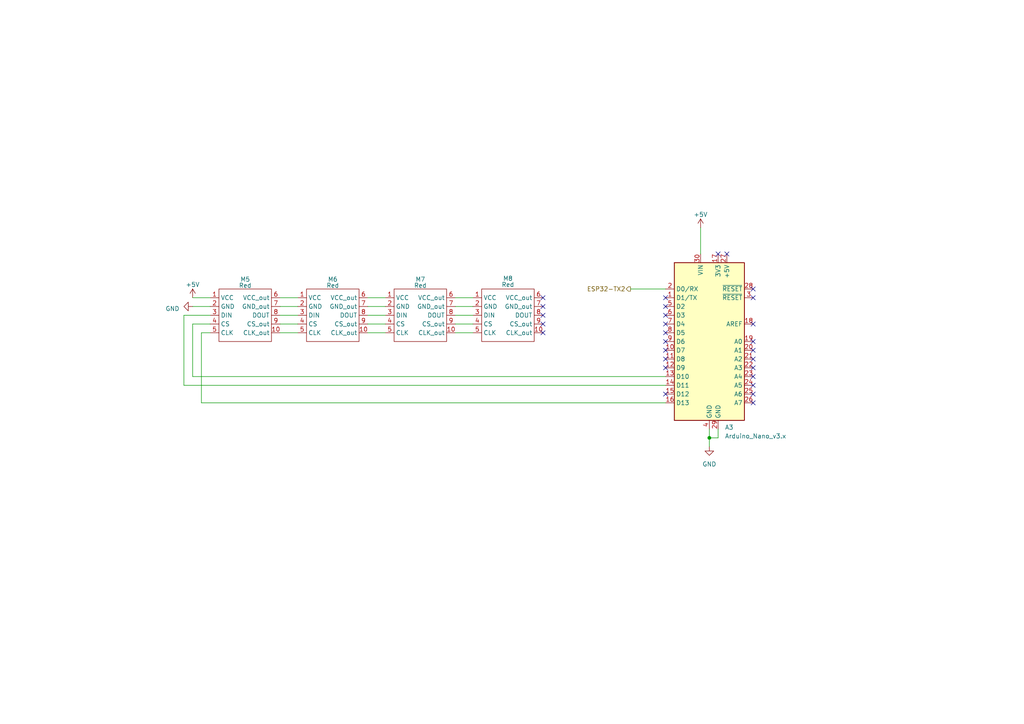
<source format=kicad_sch>
(kicad_sch (version 20230121) (generator eeschema)
  (paper "A4")
  (title_block (title "Right score display unit schematic") (date "2023-05-19") (rev "1.0.0") (comment 1 "Connection to logic unit pending"))
  (lib_symbols
    (symbol "8x8_LED_Matrix_MAX7219_3"
      (property "Reference" "M" (at 0 1.27 0))
      (property "Value" "Color" (at 0 -1.27 0))
      (symbol "8x8_LED_Matrix_MAX7219_3_1_1"
        (rectangle (start -7.62 -2.54) (end 7.62 -17.78))
        (pin power_in line (at -10.16 -5.08 0) (length 2.54) (name "VCC") (number "1"))
        (pin output line (at 10.16 -15.24 180) (length 2.54) (name "CLK_out") (number "10"))
        (pin power_in line (at -10.16 -7.62 0) (length 2.54) (name "GND") (number "2"))
        (pin input line (at -10.16 -10.16 0) (length 2.54) (name "DIN") (number "3"))
        (pin input line (at -10.16 -12.7 0) (length 2.54) (name "CS") (number "4"))
        (pin input line (at -10.16 -15.24 0) (length 2.54) (name "CLK") (number "5"))
        (pin power_out line (at 10.16 -5.08 180) (length 2.54) (name "VCC_out") (number "6"))
        (pin power_out line (at 10.16 -7.62 180) (length 2.54) (name "GND_out") (number "7"))
        (pin output line (at 10.16 -10.16 180) (length 2.54) (name "DOUT") (number "8"))
        (pin output line (at 10.16 -12.7 180) (length 2.54) (name "CS_out") (number "9"))
      )
    )
    (symbol "Arduino modules:8x8_LED_Matrix_MAX7219"
      (property "Reference" "M" (at 0 1.27 0))
      (property "Value" "Color" (at 0 -1.27 0))
      (symbol "8x8_LED_Matrix_MAX7219_1_1"
        (rectangle (start -7.62 -2.54) (end 7.62 -17.78))
        (pin power_in line (at -10.16 -5.08 0) (length 2.54) (name "VCC") (number "1"))
        (pin output line (at 10.16 -15.24 180) (length 2.54) (name "CLK_out") (number "10"))
        (pin power_in line (at -10.16 -7.62 0) (length 2.54) (name "GND") (number "2"))
        (pin input line (at -10.16 -10.16 0) (length 2.54) (name "DIN") (number "3"))
        (pin input line (at -10.16 -12.7 0) (length 2.54) (name "CS") (number "4"))
        (pin input line (at -10.16 -15.24 0) (length 2.54) (name "CLK") (number "5"))
        (pin power_out line (at 10.16 -5.08 180) (length 2.54) (name "VCC_out") (number "6"))
        (pin power_out line (at 10.16 -7.62 180) (length 2.54) (name "GND_out") (number "7"))
        (pin output line (at 10.16 -10.16 180) (length 2.54) (name "DOUT") (number "8"))
        (pin output line (at 10.16 -12.7 180) (length 2.54) (name "CS_out") (number "9"))
      )
    )
    (symbol "MCU_Module:Arduino_Nano_v3.x"
      (property "Reference" "A" (at -10.16 23.495 0))
      (property "Value" "Arduino_Nano_v3.x" (at 5.08 -24.13 0))
      (symbol "Arduino_Nano_v3.x_0_1"
        (rectangle (start -10.16 22.86) (end 10.16 -22.86) (stroke (width 0.254)) (fill (type background)))
      )
      (symbol "Arduino_Nano_v3.x_1_1"
        (pin bidirectional line (at -12.7 12.7 0) (length 2.54) (name "D1/TX") (number "1"))
        (pin bidirectional line (at -12.7 -2.54 0) (length 2.54) (name "D7") (number "10"))
        (pin bidirectional line (at -12.7 -5.08 0) (length 2.54) (name "D8") (number "11"))
        (pin bidirectional line (at -12.7 -7.62 0) (length 2.54) (name "D9") (number "12"))
        (pin bidirectional line (at -12.7 -10.16 0) (length 2.54) (name "D10") (number "13"))
        (pin bidirectional line (at -12.7 -12.7 0) (length 2.54) (name "D11") (number "14"))
        (pin bidirectional line (at -12.7 -15.24 0) (length 2.54) (name "D12") (number "15"))
        (pin bidirectional line (at -12.7 -17.78 0) (length 2.54) (name "D13") (number "16"))
        (pin power_out line (at 2.54 25.4 270) (length 2.54) (name "3V3") (number "17"))
        (pin input line (at 12.7 5.08 180) (length 2.54) (name "AREF") (number "18"))
        (pin bidirectional line (at 12.7 0 180) (length 2.54) (name "A0") (number "19"))
        (pin bidirectional line (at -12.7 15.24 0) (length 2.54) (name "D0/RX") (number "2"))
        (pin bidirectional line (at 12.7 -2.54 180) (length 2.54) (name "A1") (number "20"))
        (pin bidirectional line (at 12.7 -5.08 180) (length 2.54) (name "A2") (number "21"))
        (pin bidirectional line (at 12.7 -7.62 180) (length 2.54) (name "A3") (number "22"))
        (pin bidirectional line (at 12.7 -10.16 180) (length 2.54) (name "A4") (number "23"))
        (pin bidirectional line (at 12.7 -12.7 180) (length 2.54) (name "A5") (number "24"))
        (pin bidirectional line (at 12.7 -15.24 180) (length 2.54) (name "A6") (number "25"))
        (pin bidirectional line (at 12.7 -17.78 180) (length 2.54) (name "A7") (number "26"))
        (pin power_out line (at 5.08 25.4 270) (length 2.54) (name "+5V") (number "27"))
        (pin input line (at 12.7 15.24 180) (length 2.54) (name "~{RESET}") (number "28"))
        (pin power_in line (at 2.54 -25.4 90) (length 2.54) (name "GND") (number "29"))
        (pin input line (at 12.7 12.7 180) (length 2.54) (name "~{RESET}") (number "3"))
        (pin power_in line (at -2.54 25.4 270) (length 2.54) (name "VIN") (number "30"))
        (pin power_in line (at 0 -25.4 90) (length 2.54) (name "GND") (number "4"))
        (pin bidirectional line (at -12.7 10.16 0) (length 2.54) (name "D2") (number "5"))
        (pin bidirectional line (at -12.7 7.62 0) (length 2.54) (name "D3") (number "6"))
        (pin bidirectional line (at -12.7 5.08 0) (length 2.54) (name "D4") (number "7"))
        (pin bidirectional line (at -12.7 2.54 0) (length 2.54) (name "D5") (number "8"))
        (pin bidirectional line (at -12.7 0 0) (length 2.54) (name "D6") (number "9"))
      )
    )
    (symbol "power:+5V" (power) (pin_names (offset 0))
      (property "Value" "+5V" (at 0 3.556 0))
      (symbol "+5V_0_1"
        (polyline (pts (xy -0.762 1.27) (xy 0 2.54)))
        (polyline (pts (xy 0 0) (xy 0 2.54)))
        (polyline (pts (xy 0 2.54) (xy 0.762 1.27)))
      )
      (symbol "+5V_1_1"
        (pin power_in line (at 0 0 90) (length 0) hide (name "+5V") (number "1"))
      )
    )
    (symbol "power:GND" (power) (pin_names (offset 0))
      (property "Value" "GND" (at 0 -3.81 0))
      (symbol "GND_0_1"
        (polyline (pts (xy 0 0) (xy 0 -1.27) (xy 1.27 -1.27) (xy 0 -2.54) (xy -1.27 -1.27) (xy 0 -1.27)))
      )
      (symbol "GND_1_1"
        (pin power_in line (at 0 0 270) (length 0) hide (name "GND") (number "1"))
      )
    )
  )
  (junction (at 205.74 127))
  (no_connect (at 218.44 99.06))
  (no_connect (at 193.04 114.3))
  (no_connect (at 218.44 111.76))
  (no_connect (at 157.48 91.44))
  (no_connect (at 157.48 88.9))
  (no_connect (at 157.48 86.36))
  (no_connect (at 218.44 86.36))
  (no_connect (at 193.04 86.36))
  (no_connect (at 218.44 93.98))
  (no_connect (at 193.04 106.68))
  (no_connect (at 218.44 83.82))
  (no_connect (at 218.44 106.68))
  (no_connect (at 208.28 73.66))
  (no_connect (at 218.44 104.14))
  (no_connect (at 218.44 101.6))
  (no_connect (at 157.48 96.52))
  (no_connect (at 193.04 93.98))
  (no_connect (at 193.04 91.44))
  (no_connect (at 218.44 109.22))
  (no_connect (at 193.04 88.9))
  (no_connect (at 193.04 104.14))
  (no_connect (at 193.04 99.06))
  (no_connect (at 218.44 116.84))
  (no_connect (at 157.48 93.98))
  (no_connect (at 193.04 96.52))
  (no_connect (at 218.44 114.3))
  (no_connect (at 210.82 73.66))
  (no_connect (at 193.04 101.6))
  (wire (pts (xy 132.08 88.9) (xy 137.16 88.9)))
  (wire (pts (xy 81.28 88.9) (xy 86.36 88.9)))
  (wire (pts (xy 106.68 96.52) (xy 111.76 96.52)))
  (wire (pts (xy 81.28 93.98) (xy 86.36 93.98)))
  (wire (pts (xy 55.88 88.9) (xy 60.96 88.9)))
  (wire (pts (xy 53.34 111.76) (xy 53.34 91.44)))
  (wire (pts (xy 182.88 83.82) (xy 193.04 83.82)))
  (wire (pts (xy 106.68 86.36) (xy 111.76 86.36)))
  (wire (pts (xy 132.08 96.52) (xy 137.16 96.52)))
  (wire (pts (xy 205.74 127) (xy 205.74 129.54)))
  (wire (pts (xy 106.68 91.44) (xy 111.76 91.44)))
  (wire (pts (xy 132.08 86.36) (xy 137.16 86.36)))
  (wire (pts (xy 205.74 124.46) (xy 205.74 127)))
  (wire (pts (xy 193.04 116.84) (xy 58.42 116.84)))
  (wire (pts (xy 55.88 93.98) (xy 60.96 93.98)))
  (wire (pts (xy 58.42 116.84) (xy 58.42 96.52)))
  (wire (pts (xy 81.28 91.44) (xy 86.36 91.44)))
  (wire (pts (xy 58.42 96.52) (xy 60.96 96.52)))
  (wire (pts (xy 55.88 109.22) (xy 193.04 109.22)))
  (wire (pts (xy 53.34 91.44) (xy 60.96 91.44)))
  (wire (pts (xy 208.28 124.46) (xy 208.28 127)))
  (wire (pts (xy 203.2 66.04) (xy 203.2 73.66)))
  (wire (pts (xy 81.28 86.36) (xy 86.36 86.36)))
  (wire (pts (xy 106.68 93.98) (xy 111.76 93.98)))
  (wire (pts (xy 132.08 93.98) (xy 137.16 93.98)))
  (wire (pts (xy 55.88 109.22) (xy 55.88 93.98)))
  (wire (pts (xy 81.28 96.52) (xy 86.36 96.52)))
  (wire (pts (xy 132.08 91.44) (xy 137.16 91.44)))
  (wire (pts (xy 55.88 86.36) (xy 60.96 86.36)))
  (wire (pts (xy 208.28 127) (xy 205.74 127)))
  (wire (pts (xy 193.04 111.76) (xy 53.34 111.76)))
  (wire (pts (xy 106.68 88.9) (xy 111.76 88.9)))
  (hierarchical_label "ESP32-TX2" (shape output) (at 182.88 83.82 180))
  (symbol (lib_name "8x8_LED_Matrix_MAX7219_3") (lib_id "Arduino modules:8x8_LED_Matrix_MAX7219") (at 121.92 81.28 0) (unit 1)
    (property "Reference" "M7" (at 121.92 81.026 0))
    (property "Value" "Red" (at 121.92 82.804 0))
  )
  (symbol (lib_id "power:GND") (at 205.74 129.54 0) (unit 1)
    (property "Reference" "#PWR08" (effects hide))
    (property "Value" "GND" (at 205.74 134.62 0))
  )
  (symbol (lib_id "power:+5V") (at 55.88 86.36 0) (unit 1)
    (property "Reference" "#PWR09" (effects hide))
    (property "Value" "+5V" (at 55.88 82.55 0))
  )
  (symbol (lib_id "MCU_Module:Arduino_Nano_v3.x") (at 205.74 99.06 0) (unit 1)
    (property "Reference" "A3" (at 210.2359 123.952 0) (effects (justify left)))
    (property "Value" "Arduino_Nano_v3.x" (at 210.2359 126.492 0) (effects (justify left)))
    (property "Footprint" "Module:Arduino_Nano" (effects hide))
    (property "Datasheet" "http://www.mouser.com/pdfdocs/Gravitech_Arduino_Nano3_0.pdf" (effects hide))
  )
  (symbol (lib_id "Arduino modules:8x8_LED_Matrix_MAX7219") (at 147.32 81.28 0) (unit 1)
    (property "Reference" "M8" (at 147.32 80.772 0))
    (property "Value" "Red" (at 147.32 82.55 0))
  )
  (symbol (lib_id "Arduino modules:8x8_LED_Matrix_MAX7219") (at 96.52 81.28 0) (unit 1)
    (property "Reference" "M6" (at 96.52 81.026 0))
    (property "Value" "Red" (at 96.52 82.804 0))
  )
  (symbol (lib_id "Arduino modules:8x8_LED_Matrix_MAX7219") (at 71.12 81.28 0) (unit 1)
    (property "Reference" "M5" (at 71.12 81.026 0))
    (property "Value" "Red" (at 71.12 82.804 0))
    (property "Footprint" "Connector_PinSocket_2.54mm:PinSocket_1x05_P2.54mm_Vertical" (effects hide))
  )
  (symbol (lib_id "power:+5V") (at 203.2 66.04 0) (unit 1)
    (property "Reference" "#PWR07" (effects hide))
    (property "Value" "+5V" (at 203.2 62.23 0))
  )
  (symbol (lib_id "power:GND") (at 55.88 88.9 270) (unit 1)
    (property "Reference" "#PWR010" (effects hide))
    (property "Value" "GND" (at 52.07 89.535 90) (effects (justify right)))
  )
)
</source>
